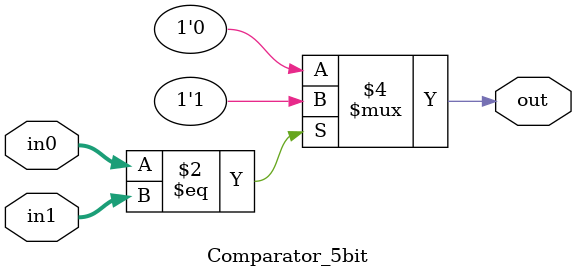
<source format=sv>
`timescale 1ns / 1ps


module Comparator_5bit(output logic out,
                        input [4:0] in0, in1
                    );
always_comb begin
    if(in0 == in1)
        out = 1'b1;
    else
        out = 1'b0;
end                    

endmodule


</source>
